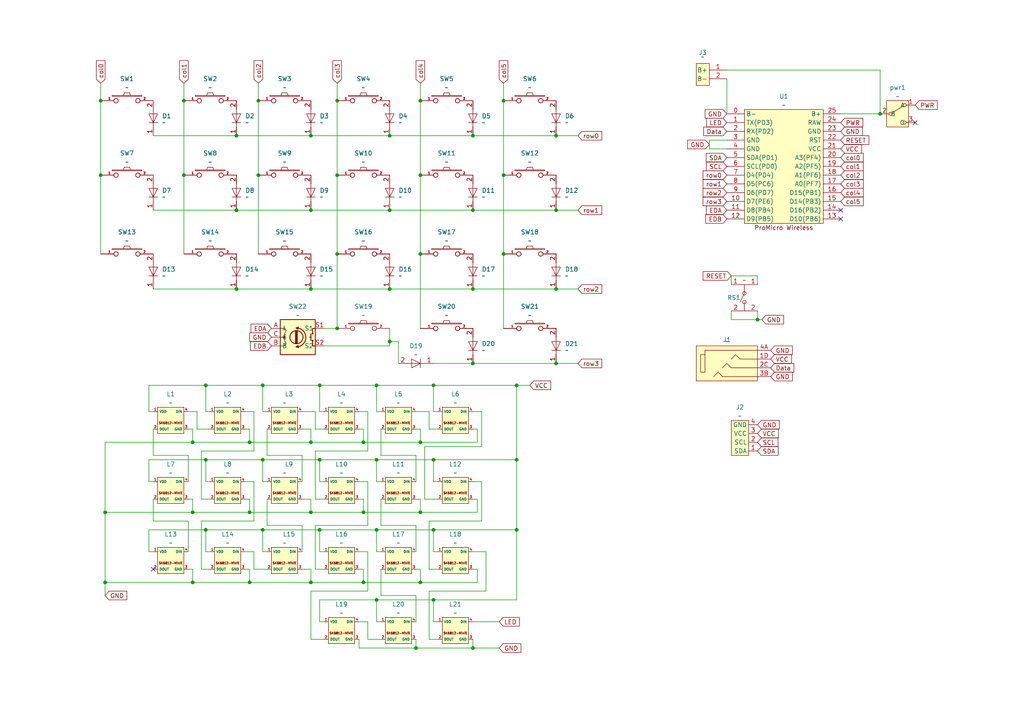
<source format=kicad_sch>
(kicad_sch (version 20250114) (generator "eeschema") (generator_version "9.0")
  (paper "A4")
  (lib_symbols
    (symbol "Diode-1N4148W_1"
      (property "Reference" "D" (at 0 0 0))
      (symbol "Diode-1N4148W_1_0_1"
        (polyline (pts (xy -2.54 -3.81) (xy 2.54 -3.81)))
        (polyline (pts (xy -1.27 -3.81) (xy -1.27 -2.54) (xy 1.27 -3.81) (xy -1.27 -5.08) (xy -1.27 -3.81)))
        (polyline (pts (xy 1.27 -2.54) (xy 1.27 -5.08)))
      )
      (symbol "Diode-1N4148W_1_1_1"
        (pin passive line (at -5.08 -3.81 0) (length 2.54) (name "") (number "2"))
        (pin passive line (at 5.08 -3.81 180) (length 2.54) (name "") (number "1"))
      )
    )
    (symbol "Turkey:Diode-1N4148W"
      (property "Reference" "D" (at 0 0 0))
      (symbol "Diode-1N4148W_0_1"
        (polyline (pts (xy -2.54 -3.81) (xy 2.54 -3.81)))
        (polyline (pts (xy -1.27 -3.81) (xy -1.27 -2.54) (xy 1.27 -3.81) (xy -1.27 -5.08) (xy -1.27 -3.81)))
        (polyline (pts (xy 1.27 -2.54) (xy 1.27 -5.08)))
      )
      (symbol "Diode-1N4148W_1_1"
        (pin passive line (at -5.08 -3.81 0) (length 2.54) (name "") (number "2"))
        (pin passive line (at 5.08 -3.81 180) (length 2.54) (name "") (number "1"))
      )
    )
    (symbol "Turkey:JST-Power-2Pin"
      (property "Reference" "J" (at -1.016 4.318 0))
      (symbol "JST-Power-2Pin_1_1"
        (rectangle (start -2.54 3.175) (end 1.27 -3.175) (fill (type background)))
        (pin bidirectional line (at 6.35 1.27 180) (length 5.08) (name "B+") (number "1"))
        (pin bidirectional line (at 6.35 -1.27 180) (length 5.08) (name "B-") (number "2"))
      )
    )
    (symbol "Turkey:Kailh-Choc"
      (property "Reference" "SW" (at 0 0 0))
      (symbol "Kailh-Choc_1_1"
        (rectangle (start -4.318 -2.286) (end 4.318 -2.54))
        (polyline (pts (xy -1.016 -2.286) (xy -0.762 -1.524) (xy 0.762 -1.524) (xy 1.016 -2.286)))
        (pin passive inverted (at -7.62 -3.81 0) (length 5.08) (name "~") (number "1"))
        (pin passive inverted (at 7.62 -3.81 180) (length 5.08) (name "~") (number "2"))
      )
    )
    (symbol "Turkey:Mini_7-Pin_Surface_Mount_ON/Off_SPDT_Switch"
      (property "Reference" "sw" (at 0 4.826 0))
      (symbol "Mini_7-Pin_Surface_Mount_ON/Off_SPDT_Switch_0_1"
        (circle (center -2.032 0) (radius 0.4572))
        (polyline (pts (xy -1.651 0.254) (xy 1.651 2.286)))
        (circle (center 2.032 2.54) (radius 0.4572))
        (circle (center 2.032 -2.54) (radius 0.4572))
      )
      (symbol "Mini_7-Pin_Surface_Mount_ON/Off_SPDT_Switch_1_1"
        (rectangle (start -3.175 3.81) (end 3.175 -3.81) (fill (type background)))
        (pin passive line (at -5.08 0 0) (length 2.54) (name "B") (number "2"))
        (pin passive line (at 5.08 2.54 180) (length 2.54) (name "A") (number "1"))
        (pin passive line (at 5.08 -2.54 180) (length 2.54) (name "C") (number "3"))
      )
    )
    (symbol "Turkey:OLED 4-Pin"
      (property "Reference" "J" (at 0 0 0))
      (symbol "OLED 4-Pin_1_1"
        (rectangle (start -2.54 -1.27) (end 2.54 -11.43) (fill (type background)))
        (pin input line (at -5.08 -2.54 0) (length 2.54) (name "SDA") (number "1"))
        (pin input line (at -5.08 -5.08 0) (length 2.54) (name "SCL") (number "2"))
        (pin input line (at -5.08 -7.62 0) (length 2.54) (name "VCC") (number "3"))
        (pin output line (at -5.08 -10.16 0) (length 2.54) (name "GND") (number "4"))
      )
    )
    (symbol "Turkey:ProMicro-Wireless"
      (property "Reference" "U" (at -0.762 17.526 0))
      (symbol "ProMicro-Wireless_1_1"
        (rectangle (start -11.43 16.51) (end 11.43 -16.51) (fill (type background)))
        (text "ProMicro Wireless" (at 0 -17.78 0) (effects (font (size 1.27 1.27))))
        (pin power_in line (at -16.51 15.24 0) (length 5.08) (name "B-") (number "0"))
        (pin output line (at -16.51 12.7 0) (length 5.08) (name "TX(PD3)") (number "1"))
        (pin input line (at -16.51 10.16 0) (length 5.08) (name "RX(PD2)") (number "2"))
        (pin power_in line (at -16.51 7.62 0) (length 5.08) (name "GND") (number "3"))
        (pin power_in line (at -16.51 5.08 0) (length 5.08) (name "GND") (number "4"))
        (pin bidirectional line (at -16.51 2.54 0) (length 5.08) (name "SDA(PD1)") (number "5"))
        (pin bidirectional line (at -16.51 0 0) (length 5.08) (name "SCL(PD0)") (number "6"))
        (pin bidirectional line (at -16.51 -2.54 0) (length 5.08) (name "D4(PD4)") (number "7"))
        (pin bidirectional line (at -16.51 -5.08 0) (length 5.08) (name "D5(PC6)") (number "8"))
        (pin bidirectional line (at -16.51 -7.62 0) (length 5.08) (name "D6(PD7)") (number "9"))
        (pin bidirectional line (at -16.51 -10.16 0) (length 5.08) (name "D7(PE6)") (number "10"))
        (pin bidirectional line (at -16.51 -12.7 0) (length 5.08) (name "D8(PB4)") (number "11"))
        (pin bidirectional line (at -16.51 -15.24 0) (length 5.08) (name "D9(PB5)") (number "12"))
        (pin power_out line (at 16.51 15.24 180) (length 5.08) (name "B+") (number "25"))
        (pin power_out line (at 16.51 12.7 180) (length 5.08) (name "RAW") (number "24"))
        (pin power_in line (at 16.51 10.16 180) (length 5.08) (name "GND") (number "23"))
        (pin input line (at 16.51 7.62 180) (length 5.08) (name "RST") (number "22"))
        (pin input line (at 16.51 5.08 180) (length 5.08) (name "VCC") (number "21"))
        (pin bidirectional line (at 16.51 2.54 180) (length 5.08) (name "A3(PF4)") (number "20"))
        (pin bidirectional line (at 16.51 0 180) (length 5.08) (name "A2(PF5)") (number "19"))
        (pin bidirectional line (at 16.51 -2.54 180) (length 5.08) (name "A1(PF6)") (number "18"))
        (pin bidirectional line (at 16.51 -5.08 180) (length 5.08) (name "A0(PF7)") (number "17"))
        (pin bidirectional line (at 16.51 -7.62 180) (length 5.08) (name "D15(PB1)") (number "16"))
        (pin bidirectional line (at 16.51 -10.16 180) (length 5.08) (name "D14(PB3)") (number "15"))
        (pin bidirectional line (at 16.51 -12.7 180) (length 5.08) (name "D16(PB2)") (number "14"))
        (pin bidirectional line (at 16.51 -15.24 180) (length 5.08) (name "D10(PB6)") (number "13"))
      )
    )
    (symbol "Turkey:Rotary_Encoder"
      (property "Reference" "SW" (at 0 0 0))
      (symbol "Rotary_Encoder_0_1"
        (rectangle (start -5.08 -1.27) (end 5.08 -11.43) (stroke (width 0.254)) (fill (type background)))
        (polyline (pts (xy -5.08 -3.81) (xy -3.81 -3.81) (xy -3.81 -4.318)))
        (polyline (pts (xy -5.08 -6.35) (xy -3.81 -6.35) (xy -3.81 -7.366) (xy -3.302 -8.382)))
        (polyline (pts (xy -5.08 -8.89) (xy -3.81 -8.89) (xy -3.81 -8.382)))
        (polyline (pts (xy -4.318 -6.35) (xy -3.81 -6.35) (xy -3.81 -5.334) (xy -3.302 -4.318)))
        (circle (center -3.81 -6.35) (radius 0.254) (fill (type outline)))
        (polyline (pts (xy -0.635 -8.128) (xy -0.635 -4.572)) (stroke (width 0.254)))
        (circle (center -0.381 -6.35) (radius 1.905) (stroke (width 0.254)))
        (polyline (pts (xy -0.381 -8.128) (xy -0.381 -4.572)) (stroke (width 0.254)))
        (arc (start -0.381 -3.683) (mid 2.3622 -6.4135) (end -0.381 -9.144) (stroke (width 0.254)))
        (polyline (pts (xy -0.127 -4.572) (xy -0.127 -8.128)) (stroke (width 0.254)))
        (polyline (pts (xy 0.254 -3.429) (xy -0.508 -3.683) (xy 0.127 -4.064)) (stroke (width 0.254)))
        (polyline (pts (xy 0.254 -9.398) (xy -0.508 -9.144) (xy 0.127 -8.763)) (stroke (width 0.254)))
        (polyline (pts (xy 3.81 -5.334) (xy 3.81 -7.366)) (stroke (width 0.254)))
        (polyline (pts (xy 3.81 -6.35) (xy 3.429 -6.35)) (stroke (width 0.254)))
        (circle (center 4.318 -5.334) (radius 0.127) (stroke (width 0.254)))
        (circle (center 4.318 -7.366) (radius 0.127) (stroke (width 0.254)))
        (polyline (pts (xy 5.08 -3.81) (xy 4.318 -3.81) (xy 4.318 -5.334)) (stroke (width 0.254)))
        (polyline (pts (xy 5.08 -8.89) (xy 4.318 -8.89) (xy 4.318 -7.366)) (stroke (width 0.254)))
      )
      (symbol "Rotary_Encoder_1_1"
        (pin passive line (at -7.62 -3.81 0) (length 2.54) (name "A") (number "A"))
        (pin passive line (at -7.62 -6.35 0) (length 2.54) (name "C") (number "C"))
        (pin passive line (at -7.62 -8.89 0) (length 2.54) (name "B") (number "B"))
        (pin passive line (at 7.62 -3.81 180) (length 2.54) (name "S1") (number "S1"))
        (pin passive line (at 7.62 -8.89 180) (length 2.54) (name "S2") (number "S2"))
      )
    )
    (symbol "Turkey:SK6812-Mini-E"
      (property "Reference" "L" (at -0.508 -4.064 0))
      (symbol "SK6812-Mini-E_1_1"
        (rectangle (start -3.81 -1.27) (end 3.81 -8.89) (fill (type background)))
        (text "SK6812-MiniE" (at 0 -5.842 0) (effects (font (size 0.635 0.635))))
        (pin input line (at -5.08 -2.54 0) (length 1.1938) (name "VDD") (number "1"))
        (pin output line (at -5.08 -7.62 0) (length 1.1938) (name "DOUT") (number "2"))
        (pin input line (at 5.08 -2.54 180) (length 1.1938) (name "DIN") (number "4"))
        (pin input line (at 5.08 -7.62 180) (length 1.1938) (name "GND") (number "3"))
      )
    )
    (symbol "Turkey:TRRS"
      (property "Reference" "J" (at 0 0 0))
      (symbol "TRRS_0_1"
        (rectangle (start -8.89 -3.81) (end -7.62 -8.89))
        (polyline (pts (xy -2.54 -10.16) (xy 7.62 -10.16) (xy 7.62 -10.16)))
        (polyline (pts (xy -2.54 -10.16) (xy -3.81 -8.89) (xy -5.08 -10.16) (xy -5.08 -10.16)))
        (polyline (pts (xy 0 -5.08) (xy 1.27 -3.81) (xy 2.54 -5.08)))
        (polyline (pts (xy 0 -7.62) (xy -1.27 -6.35) (xy -2.54 -7.62)))
        (polyline (pts (xy 0 -7.62) (xy 7.62 -7.62) (xy 7.62 -7.62) (xy 7.62 -7.62)))
        (polyline (pts (xy 2.54 -5.08) (xy 7.62 -5.08)))
        (polyline (pts (xy 7.62 -2.54) (xy -7.62 -2.54) (xy -7.62 -3.81)))
      )
      (symbol "TRRS_1_1"
        (rectangle (start -10.16 -1.27) (end 7.62 -11.43) (fill (type background)))
        (pin passive line (at 11.43 -2.54 180) (length 3.81) (name "~") (number "4A"))
        (pin passive line (at 11.43 -5.08 180) (length 3.81) (name "~") (number "1D"))
        (pin passive line (at 11.43 -7.62 180) (length 3.81) (name "~") (number "2C"))
        (pin passive line (at 11.43 -10.16 180) (length 3.81) (name "~") (number "3B"))
      )
    )
    (symbol "Turkey:Tactile_Push_Button_Micro_Reset_Switch_4_4_1.5mm"
      (property "Reference" "RS" (at 0 9.398 0))
      (symbol "Tactile_Push_Button_Micro_Reset_Switch_4_4_1.5mm_0_1"
        (polyline (pts (xy -1.27 3.81) (xy 1.27 3.81)))
        (polyline (pts (xy 0 3.81) (xy 0 1.27)))
        (polyline (pts (xy 0 -3.81) (xy 0 -1.27)))
        (polyline (pts (xy 1.27 -3.81) (xy -1.27 -3.81)))
      )
      (symbol "Tactile_Push_Button_Micro_Reset_Switch_4_4_1.5mm_1_1"
        (circle (center 0 1.27) (radius 0.5) (fill (type background)))
        (polyline (pts (xy 0 1.27) (xy -1.27 -1.27)))
        (circle (center 0 -1.27) (radius 0.5) (fill (type background)))
        (pin bidirectional line (at -3.81 3.81 0) (length 2.54) (name "") (number "1"))
        (pin bidirectional line (at -3.81 -3.81 0) (length 2.54) (name "") (number "2"))
        (pin bidirectional line (at 3.81 3.81 180) (length 2.54) (name "") (number "1"))
        (pin bidirectional line (at 3.81 -3.81 180) (length 2.54) (name "") (number "2"))
      )
    )
  )
  (junction (at 55.88 128.27))
  (junction (at 137.16 39.37))
  (junction (at 125.73 173.99))
  (junction (at 90.17 60.96))
  (junction (at 113.03 39.37))
  (junction (at 255.27 33.02))
  (junction (at 121.92 73.66))
  (junction (at 90.17 83.82))
  (junction (at 120.65 187.96))
  (junction (at 92.71 153.67))
  (junction (at 29.21 29.21))
  (junction (at 59.69 153.67))
  (junction (at 109.22 111.76))
  (junction (at 121.92 128.27))
  (junction (at 125.73 153.67))
  (junction (at 55.88 148.59))
  (junction (at 90.17 148.59))
  (junction (at 68.58 39.37))
  (junction (at 109.22 133.35))
  (junction (at 149.86 111.76))
  (junction (at 74.93 50.8))
  (junction (at 29.21 50.8))
  (junction (at 121.92 168.91))
  (junction (at 219.71 92.71))
  (junction (at 113.03 60.96))
  (junction (at 59.69 111.76))
  (junction (at 113.03 83.82))
  (junction (at 76.2 153.67))
  (junction (at 68.58 83.82))
  (junction (at 146.05 73.66))
  (junction (at 76.2 111.76))
  (junction (at 97.79 95.25))
  (junction (at 109.22 153.67))
  (junction (at 146.05 50.8))
  (junction (at 90.17 39.37))
  (junction (at 121.92 148.59))
  (junction (at 125.73 133.35))
  (junction (at 30.48 148.59))
  (junction (at 76.2 133.35))
  (junction (at 53.34 50.8))
  (junction (at 90.17 168.91))
  (junction (at 113.03 99.06))
  (junction (at 53.34 29.21))
  (junction (at 137.16 60.96))
  (junction (at 59.69 133.35))
  (junction (at 137.16 187.96))
  (junction (at 105.41 128.27))
  (junction (at 121.92 50.8))
  (junction (at 161.29 60.96))
  (junction (at 125.73 111.76))
  (junction (at 92.71 111.76))
  (junction (at 68.58 60.96))
  (junction (at 72.39 128.27))
  (junction (at 109.22 173.99))
  (junction (at 72.39 168.91))
  (junction (at 72.39 148.59))
  (junction (at 161.29 39.37))
  (junction (at 161.29 105.41))
  (junction (at 90.17 128.27))
  (junction (at 97.79 50.8))
  (junction (at 137.16 83.82))
  (junction (at 137.16 105.41))
  (junction (at 146.05 29.21))
  (junction (at 97.79 73.66))
  (junction (at 105.41 148.59))
  (junction (at 97.79 29.21))
  (junction (at 30.48 168.91))
  (junction (at 105.41 168.91))
  (junction (at 149.86 133.35))
  (junction (at 74.93 29.21))
  (junction (at 161.29 83.82))
  (junction (at 149.86 153.67))
  (junction (at 121.92 29.21))
  (junction (at 55.88 168.91))
  (junction (at 92.71 133.35))
  (no_connect (at 44.45 165.1))
  (no_connect (at 243.84 60.96))
  (no_connect (at 265.43 35.56))
  (no_connect (at 243.84 63.5))
  (wire (pts (xy 91.44 130.81) (xy 106.68 130.81)))
  (wire (pts (xy 121.92 144.78) (xy 121.92 148.59)))
  (wire (pts (xy 109.22 160.02) (xy 110.49 160.02)))
  (wire (pts (xy 106.68 139.7) (xy 104.14 139.7)))
  (wire (pts (xy 125.73 119.38) (xy 127 119.38)))
  (wire (pts (xy 44.45 60.96) (xy 68.58 60.96)))
  (wire (pts (xy 92.71 180.34) (xy 93.98 180.34)))
  (wire (pts (xy 72.39 144.78) (xy 72.39 148.59)))
  (wire (pts (xy 93.98 95.25) (xy 97.79 95.25)))
  (wire (pts (xy 243.84 33.02) (xy 255.27 33.02)))
  (wire (pts (xy 109.22 173.99) (xy 125.73 173.99)))
  (wire (pts (xy 212.09 90.17) (xy 212.09 92.71)))
  (wire (pts (xy 110.49 124.46) (xy 110.49 132.08)))
  (wire (pts (xy 97.79 29.21) (xy 97.79 50.8)))
  (wire (pts (xy 53.34 50.8) (xy 53.34 73.66)))
  (wire (pts (xy 106.68 119.38) (xy 104.14 119.38)))
  (wire (pts (xy 91.44 144.78) (xy 91.44 130.81)))
  (wire (pts (xy 105.41 124.46) (xy 104.14 124.46)))
  (wire (pts (xy 138.43 128.27) (xy 121.92 128.27)))
  (wire (pts (xy 44.45 151.13) (xy 54.61 151.13)))
  (wire (pts (xy 115.57 99.06) (xy 113.03 99.06)))
  (wire (pts (xy 77.47 152.4) (xy 87.63 152.4)))
  (wire (pts (xy 212.09 80.01) (xy 212.09 82.55)))
  (wire (pts (xy 219.71 92.71) (xy 220.98 92.71)))
  (wire (pts (xy 72.39 128.27) (xy 55.88 128.27)))
  (wire (pts (xy 127 124.46) (xy 124.46 124.46)))
  (wire (pts (xy 54.61 144.78) (xy 55.88 144.78)))
  (wire (pts (xy 105.41 148.59) (xy 121.92 148.59)))
  (wire (pts (xy 120.65 165.1) (xy 121.92 165.1)))
  (wire (pts (xy 29.21 24.13) (xy 29.21 29.21)))
  (wire (pts (xy 104.14 185.42) (xy 104.14 187.96)))
  (wire (pts (xy 90.17 128.27) (xy 72.39 128.27)))
  (wire (pts (xy 54.61 132.08) (xy 54.61 139.7)))
  (wire (pts (xy 109.22 111.76) (xy 109.22 119.38)))
  (wire (pts (xy 92.71 153.67) (xy 92.71 160.02)))
  (wire (pts (xy 53.34 24.13) (xy 53.34 29.21)))
  (wire (pts (xy 97.79 73.66) (xy 97.79 95.25)))
  (wire (pts (xy 106.68 160.02) (xy 104.14 160.02)))
  (wire (pts (xy 87.63 165.1) (xy 90.17 165.1)))
  (wire (pts (xy 43.18 160.02) (xy 43.18 153.67)))
  (wire (pts (xy 105.41 144.78) (xy 105.41 148.59)))
  (wire (pts (xy 43.18 160.02) (xy 44.45 160.02)))
  (wire (pts (xy 137.16 124.46) (xy 138.43 124.46)))
  (wire (pts (xy 55.88 124.46) (xy 54.61 124.46)))
  (wire (pts (xy 109.22 139.7) (xy 110.49 139.7)))
  (wire (pts (xy 113.03 60.96) (xy 137.16 60.96)))
  (wire (pts (xy 91.44 124.46) (xy 91.44 119.38)))
  (wire (pts (xy 77.47 124.46) (xy 77.47 132.08)))
  (wire (pts (xy 90.17 144.78) (xy 90.17 148.59)))
  (wire (pts (xy 73.66 119.38) (xy 71.12 119.38)))
  (wire (pts (xy 60.96 144.78) (xy 58.42 144.78)))
  (wire (pts (xy 113.03 95.25) (xy 113.03 99.06)))
  (wire (pts (xy 43.18 133.35) (xy 59.69 133.35)))
  (wire (pts (xy 44.45 39.37) (xy 68.58 39.37)))
  (wire (pts (xy 125.73 133.35) (xy 149.86 133.35)))
  (wire (pts (xy 72.39 124.46) (xy 72.39 128.27)))
  (wire (pts (xy 210.82 20.32) (xy 255.27 20.32)))
  (wire (pts (xy 139.7 151.13) (xy 139.7 139.7)))
  (wire (pts (xy 113.03 99.06) (xy 113.03 100.33)))
  (wire (pts (xy 72.39 148.59) (xy 90.17 148.59)))
  (wire (pts (xy 72.39 124.46) (xy 71.12 124.46)))
  (wire (pts (xy 92.71 133.35) (xy 92.71 139.7)))
  (wire (pts (xy 90.17 168.91) (xy 105.41 168.91)))
  (wire (pts (xy 76.2 119.38) (xy 77.47 119.38)))
  (wire (pts (xy 90.17 124.46) (xy 90.17 128.27)))
  (wire (pts (xy 146.05 29.21) (xy 146.05 24.13)))
  (wire (pts (xy 161.29 60.96) (xy 167.64 60.96)))
  (wire (pts (xy 60.96 124.46) (xy 57.15 124.46)))
  (wire (pts (xy 137.16 83.82) (xy 161.29 83.82)))
  (wire (pts (xy 105.41 165.1) (xy 105.41 168.91)))
  (wire (pts (xy 125.73 105.41) (xy 137.16 105.41)))
  (wire (pts (xy 73.66 151.13) (xy 73.66 139.7)))
  (wire (pts (xy 97.79 50.8) (xy 97.79 73.66)))
  (wire (pts (xy 68.58 60.96) (xy 90.17 60.96)))
  (wire (pts (xy 139.7 129.54) (xy 139.7 119.38)))
  (wire (pts (xy 72.39 168.91) (xy 90.17 168.91)))
  (wire (pts (xy 104.14 165.1) (xy 105.41 165.1)))
  (wire (pts (xy 74.93 50.8) (xy 74.93 73.66)))
  (wire (pts (xy 120.65 187.96) (xy 137.16 187.96)))
  (wire (pts (xy 90.17 39.37) (xy 113.03 39.37)))
  (wire (pts (xy 125.73 139.7) (xy 127 139.7)))
  (wire (pts (xy 92.71 173.99) (xy 109.22 173.99)))
  (wire (pts (xy 77.47 132.08) (xy 87.63 132.08)))
  (wire (pts (xy 71.12 165.1) (xy 72.39 165.1)))
  (wire (pts (xy 92.71 153.67) (xy 109.22 153.67)))
  (wire (pts (xy 127 185.42) (xy 124.46 185.42)))
  (wire (pts (xy 121.92 124.46) (xy 120.65 124.46)))
  (wire (pts (xy 113.03 39.37) (xy 137.16 39.37)))
  (wire (pts (xy 124.46 171.45) (xy 140.97 171.45)))
  (wire (pts (xy 124.46 124.46) (xy 124.46 119.38)))
  (wire (pts (xy 146.05 50.8) (xy 146.05 29.21)))
  (wire (pts (xy 125.73 173.99) (xy 125.73 180.34)))
  (wire (pts (xy 109.22 173.99) (xy 109.22 180.34)))
  (wire (pts (xy 123.19 144.78) (xy 123.19 129.54)))
  (wire (pts (xy 104.14 187.96) (xy 120.65 187.96)))
  (wire (pts (xy 210.82 40.64) (xy 205.74 40.64)))
  (wire (pts (xy 76.2 133.35) (xy 76.2 139.7)))
  (wire (pts (xy 138.43 165.1) (xy 138.43 168.91)))
  (wire (pts (xy 87.63 152.4) (xy 87.63 160.02)))
  (wire (pts (xy 106.68 130.81) (xy 106.68 119.38)))
  (wire (pts (xy 109.22 153.67) (xy 109.22 160.02)))
  (wire (pts (xy 219.71 90.17) (xy 219.71 92.71)))
  (wire (pts (xy 90.17 148.59) (xy 105.41 148.59)))
  (wire (pts (xy 76.2 111.76) (xy 92.71 111.76)))
  (wire (pts (xy 121.92 24.13) (xy 121.92 29.21)))
  (wire (pts (xy 137.16 39.37) (xy 161.29 39.37)))
  (wire (pts (xy 124.46 165.1) (xy 124.46 151.13)))
  (wire (pts (xy 106.68 185.42) (xy 106.68 180.34)))
  (wire (pts (xy 57.15 119.38) (xy 54.61 119.38)))
  (wire (pts (xy 127 144.78) (xy 123.19 144.78)))
  (wire (pts (xy 137.16 144.78) (xy 138.43 144.78)))
  (wire (pts (xy 76.2 160.02) (xy 77.47 160.02)))
  (wire (pts (xy 74.93 24.13) (xy 74.93 29.21)))
  (wire (pts (xy 149.86 111.76) (xy 153.67 111.76)))
  (wire (pts (xy 92.71 111.76) (xy 109.22 111.76)))
  (wire (pts (xy 120.65 172.72) (xy 120.65 180.34)))
  (wire (pts (xy 90.17 171.45) (xy 106.68 171.45)))
  (wire (pts (xy 59.69 111.76) (xy 76.2 111.76)))
  (wire (pts (xy 110.49 144.78) (xy 110.49 152.4)))
  (wire (pts (xy 113.03 83.82) (xy 137.16 83.82)))
  (wire (pts (xy 120.65 152.4) (xy 120.65 160.02)))
  (wire (pts (xy 92.71 139.7) (xy 93.98 139.7)))
  (wire (pts (xy 140.97 160.02) (xy 137.16 160.02)))
  (wire (pts (xy 55.88 124.46) (xy 55.88 128.27)))
  (wire (pts (xy 74.93 29.21) (xy 74.93 50.8)))
  (wire (pts (xy 123.19 129.54) (xy 139.7 129.54)))
  (wire (pts (xy 91.44 152.4) (xy 106.68 152.4)))
  (wire (pts (xy 140.97 171.45) (xy 140.97 160.02)))
  (wire (pts (xy 76.2 153.67) (xy 92.71 153.67)))
  (wire (pts (xy 127 165.1) (xy 124.46 165.1)))
  (wire (pts (xy 91.44 165.1) (xy 91.44 152.4)))
  (wire (pts (xy 90.17 185.42) (xy 90.17 171.45)))
  (wire (pts (xy 58.42 151.13) (xy 73.66 151.13)))
  (wire (pts (xy 137.16 60.96) (xy 161.29 60.96)))
  (wire (pts (xy 72.39 165.1) (xy 72.39 168.91)))
  (wire (pts (xy 110.49 165.1) (xy 110.49 172.72)))
  (wire (pts (xy 76.2 111.76) (xy 76.2 119.38)))
  (wire (pts (xy 30.48 168.91) (xy 30.48 172.72)))
  (wire (pts (xy 121.92 168.91) (xy 138.43 168.91)))
  (wire (pts (xy 125.73 111.76) (xy 125.73 119.38)))
  (wire (pts (xy 73.66 130.81) (xy 73.66 119.38)))
  (wire (pts (xy 124.46 119.38) (xy 120.65 119.38)))
  (wire (pts (xy 121.92 148.59) (xy 138.43 148.59)))
  (wire (pts (xy 30.48 168.91) (xy 55.88 168.91)))
  (wire (pts (xy 76.2 133.35) (xy 92.71 133.35)))
  (wire (pts (xy 121.92 50.8) (xy 121.92 73.66)))
  (wire (pts (xy 90.17 60.96) (xy 113.03 60.96)))
  (wire (pts (xy 105.41 168.91) (xy 121.92 168.91)))
  (wire (pts (xy 68.58 83.82) (xy 90.17 83.82)))
  (wire (pts (xy 120.65 185.42) (xy 120.65 187.96)))
  (wire (pts (xy 125.73 173.99) (xy 149.86 173.99)))
  (wire (pts (xy 121.92 29.21) (xy 121.92 50.8)))
  (wire (pts (xy 60.96 165.1) (xy 58.42 165.1)))
  (wire (pts (xy 137.16 187.96) (xy 144.78 187.96)))
  (wire (pts (xy 109.22 153.67) (xy 125.73 153.67)))
  (wire (pts (xy 109.22 119.38) (xy 110.49 119.38)))
  (wire (pts (xy 43.18 153.67) (xy 59.69 153.67)))
  (wire (pts (xy 92.71 133.35) (xy 109.22 133.35)))
  (wire (pts (xy 44.45 144.78) (xy 44.45 151.13)))
  (wire (pts (xy 55.88 165.1) (xy 55.88 168.91)))
  (wire (pts (xy 125.73 153.67) (xy 149.86 153.67)))
  (wire (pts (xy 93.98 100.33) (xy 113.03 100.33)))
  (wire (pts (xy 90.17 83.82) (xy 113.03 83.82)))
  (wire (pts (xy 109.22 111.76) (xy 125.73 111.76)))
  (wire (pts (xy 110.49 152.4) (xy 120.65 152.4)))
  (wire (pts (xy 43.18 139.7) (xy 43.18 133.35)))
  (wire (pts (xy 73.66 165.1) (xy 73.66 160.02)))
  (wire (pts (xy 44.45 124.46) (xy 44.45 132.08)))
  (wire (pts (xy 59.69 111.76) (xy 59.69 119.38)))
  (wire (pts (xy 58.42 144.78) (xy 58.42 130.81)))
  (wire (pts (xy 125.73 111.76) (xy 149.86 111.76)))
  (wire (pts (xy 92.71 160.02) (xy 93.98 160.02)))
  (wire (pts (xy 77.47 165.1) (xy 73.66 165.1)))
  (wire (pts (xy 43.18 111.76) (xy 59.69 111.76)))
  (wire (pts (xy 55.88 144.78) (xy 55.88 148.59)))
  (wire (pts (xy 121.92 124.46) (xy 121.92 128.27)))
  (wire (pts (xy 120.65 144.78) (xy 121.92 144.78)))
  (wire (pts (xy 93.98 124.46) (xy 91.44 124.46)))
  (wire (pts (xy 30.48 148.59) (xy 55.88 148.59)))
  (wire (pts (xy 125.73 160.02) (xy 127 160.02)))
  (wire (pts (xy 93.98 144.78) (xy 91.44 144.78)))
  (wire (pts (xy 76.2 139.7) (xy 77.47 139.7)))
  (wire (pts (xy 149.86 111.76) (xy 149.86 133.35)))
  (wire (pts (xy 30.48 128.27) (xy 30.48 148.59)))
  (wire (pts (xy 109.22 180.34) (xy 110.49 180.34)))
  (wire (pts (xy 121.92 73.66) (xy 121.92 95.25)))
  (wire (pts (xy 105.41 124.46) (xy 105.41 128.27)))
  (wire (pts (xy 43.18 139.7) (xy 44.45 139.7)))
  (wire (pts (xy 121.92 165.1) (xy 121.92 168.91)))
  (wire (pts (xy 161.29 39.37) (xy 167.64 39.37)))
  (wire (pts (xy 149.86 133.35) (xy 149.86 153.67)))
  (wire (pts (xy 110.49 132.08) (xy 120.65 132.08)))
  (wire (pts (xy 137.16 185.42) (xy 137.16 187.96)))
  (wire (pts (xy 212.09 92.71) (xy 219.71 92.71)))
  (wire (pts (xy 105.41 128.27) (xy 90.17 128.27)))
  (wire (pts (xy 125.73 133.35) (xy 125.73 139.7)))
  (wire (pts (xy 97.79 24.13) (xy 97.79 29.21)))
  (wire (pts (xy 59.69 153.67) (xy 59.69 160.02)))
  (wire (pts (xy 71.12 144.78) (xy 72.39 144.78)))
  (wire (pts (xy 59.69 139.7) (xy 60.96 139.7)))
  (wire (pts (xy 29.21 50.8) (xy 29.21 73.66)))
  (wire (pts (xy 91.44 119.38) (xy 87.63 119.38)))
  (wire (pts (xy 125.73 153.67) (xy 125.73 160.02)))
  (wire (pts (xy 58.42 130.81) (xy 73.66 130.81)))
  (wire (pts (xy 43.18 119.38) (xy 43.18 111.76)))
  (wire (pts (xy 59.69 133.35) (xy 76.2 133.35)))
  (wire (pts (xy 146.05 95.25) (xy 146.05 73.66)))
  (wire (pts (xy 57.15 124.46) (xy 57.15 119.38)))
  (wire (pts (xy 55.88 128.27) (xy 30.48 128.27)))
  (wire (pts (xy 124.46 151.13) (xy 139.7 151.13)))
  (wire (pts (xy 120.65 132.08) (xy 120.65 139.7)))
  (wire (pts (xy 149.86 153.67) (xy 149.86 173.99)))
  (wire (pts (xy 54.61 151.13) (xy 54.61 160.02)))
  (wire (pts (xy 104.14 144.78) (xy 105.41 144.78)))
  (wire (pts (xy 92.71 111.76) (xy 92.71 119.38)))
  (wire (pts (xy 53.34 29.21) (xy 53.34 50.8)))
  (wire (pts (xy 59.69 153.67) (xy 76.2 153.67)))
  (wire (pts (xy 137.16 105.41) (xy 161.29 105.41)))
  (wire (pts (xy 210.82 22.86) (xy 210.82 33.02)))
  (wire (pts (xy 110.49 172.72) (xy 120.65 172.72)))
  (wire (pts (xy 87.63 144.78) (xy 90.17 144.78)))
  (wire (pts (xy 77.47 144.78) (xy 77.47 152.4)))
  (wire (pts (xy 255.27 20.32) (xy 255.27 33.02)))
  (wire (pts (xy 68.58 39.37) (xy 90.17 39.37)))
  (wire (pts (xy 161.29 105.41) (xy 167.64 105.41)))
  (wire (pts (xy 44.45 83.82) (xy 68.58 83.82)))
  (wire (pts (xy 92.71 119.38) (xy 93.98 119.38)))
  (wire (pts (xy 87.63 124.46) (xy 90.17 124.46)))
  (wire (pts (xy 146.05 73.66) (xy 146.05 50.8)))
  (wire (pts (xy 109.22 133.35) (xy 125.73 133.35)))
  (wire (pts (xy 205.74 40.64) (xy 205.74 43.18)))
  (wire (pts (xy 54.61 165.1) (xy 55.88 165.1)))
  (wire (pts (xy 59.69 133.35) (xy 59.69 139.7)))
  (wire (pts (xy 125.73 180.34) (xy 127 180.34)))
  (wire (pts (xy 205.74 43.18) (xy 210.82 43.18)))
  (wire (pts (xy 137.16 165.1) (xy 138.43 165.1)))
  (wire (pts (xy 219.71 80.01) (xy 219.71 82.55)))
  (wire (pts (xy 137.16 180.34) (xy 144.78 180.34)))
  (wire (pts (xy 138.43 124.46) (xy 138.43 128.27)))
  (wire (pts (xy 139.7 139.7) (xy 137.16 139.7)))
  (wire (pts (xy 58.42 165.1) (xy 58.42 151.13)))
  (wire (pts (xy 138.43 144.78) (xy 138.43 148.59)))
  (wire (pts (xy 43.18 119.38) (xy 44.45 119.38)))
  (wire (pts (xy 92.71 180.34) (xy 92.71 173.99)))
  (wire (pts (xy 212.09 80.01) (xy 219.71 80.01)))
  (wire (pts (xy 161.29 83.82) (xy 167.64 83.82)))
  (wire (pts (xy 109.22 133.35) (xy 109.22 139.7)))
  (wire (pts (xy 124.46 185.42) (xy 124.46 171.45)))
  (wire (pts (xy 106.68 152.4) (xy 106.68 139.7)))
  (wire (pts (xy 55.88 168.91) (xy 72.39 168.91)))
  (wire (pts (xy 106.68 185.42) (xy 110.49 185.42)))
  (wire (pts (xy 87.63 132.08) (xy 87.63 139.7)))
  (wire (pts (xy 106.68 171.45) (xy 106.68 160.02)))
  (wire (pts (xy 55.88 148.59) (xy 72.39 148.59)))
  (wire (pts (xy 44.45 132.08) (xy 54.61 132.08)))
  (wire (pts (xy 115.57 99.06) (xy 115.57 105.41)))
  (wire (pts (xy 59.69 119.38) (xy 60.96 119.38)))
  (wire (pts (xy 73.66 139.7) (xy 71.12 139.7)))
  (wire (pts (xy 59.69 160.02) (xy 60.96 160.02)))
  (wire (pts (xy 139.7 119.38) (xy 137.16 119.38)))
  (wire (pts (xy 121.92 128.27) (xy 105.41 128.27)))
  (wire (pts (xy 90.17 165.1) (xy 90.17 168.91)))
  (wire (pts (xy 93.98 165.1) (xy 91.44 165.1)))
  (wire (pts (xy 29.21 29.21) (xy 29.21 50.8)))
  (wire (pts (xy 76.2 153.67) (xy 76.2 160.02)))
  (wire (pts (xy 30.48 148.59) (xy 30.48 168.91)))
  (wire (pts (xy 106.68 180.34) (xy 104.14 180.34)))
  (wire (pts (xy 90.17 185.42) (xy 93.98 185.42)))
  (wire (pts (xy 73.66 160.02) (xy 71.12 160.02)))
  (global_label "col0" (shape input) (at 29.21 24.13 90) (property "Intersheetrefs" "${INTERSHEET_REFS}" (effects (hide yes))))
  (global_label "row1" (shape input) (at 210.82 53.34 180) (property "Intersheetrefs" "${INTERSHEET_REFS}" (effects (hide yes))))
  (global_label "Data" (shape input) (at 210.82 38.1 180) (property "Intersheetrefs" "${INTERSHEET_REFS}" (effects (hide yes))))
  (global_label "VCC" (shape input) (at 219.71 125.73 0) (property "Intersheetrefs" "${INTERSHEET_REFS}" (effects (hide yes))))
  (global_label "row2" (shape input) (at 210.82 55.88 180) (property "Intersheetrefs" "${INTERSHEET_REFS}" (effects (hide yes))))
  (global_label "GND" (shape input) (at 223.52 109.22 0) (property "Intersheetrefs" "${INTERSHEET_REFS}" (effects (hide yes))))
  (global_label "VCC" (shape input) (at 243.84 43.18 0) (property "Intersheetrefs" "${INTERSHEET_REFS}" (effects (hide yes))))
  (global_label "col5" (shape input) (at 243.84 58.42 0) (property "Intersheetrefs" "${INTERSHEET_REFS}" (effects (hide yes))))
  (global_label "SDA" (shape input) (at 219.71 130.81 0) (property "Intersheetrefs" "${INTERSHEET_REFS}" (effects (hide yes))))
  (global_label "col0" (shape input) (at 243.84 45.72 0) (property "Intersheetrefs" "${INTERSHEET_REFS}" (effects (hide yes))))
  (global_label "SCL" (shape input) (at 210.82 48.26 180) (property "Intersheetrefs" "${INTERSHEET_REFS}" (effects (hide yes))))
  (global_label "col2" (shape input) (at 74.93 24.13 90) (property "Intersheetrefs" "${INTERSHEET_REFS}" (effects (hide yes))))
  (global_label "row0" (shape input) (at 167.64 39.37 0) (property "Intersheetrefs" "${INTERSHEET_REFS}" (effects (hide yes))))
  (global_label "PWR" (shape input) (at 265.43 30.48 0) (property "Intersheetrefs" "${INTERSHEET_REFS}" (effects (hide yes))))
  (global_label "col4" (shape input) (at 121.92 24.13 90) (property "Intersheetrefs" "${INTERSHEET_REFS}" (effects (hide yes))))
  (global_label "GND" (shape input) (at 220.98 92.71 0) (property "Intersheetrefs" "${INTERSHEET_REFS}" (effects (hide yes))))
  (global_label "row1" (shape input) (at 167.64 60.96 0) (property "Intersheetrefs" "${INTERSHEET_REFS}" (effects (hide yes))))
  (global_label "GND" (shape input) (at 78.74 97.79 180) (property "Intersheetrefs" "${INTERSHEET_REFS}" (effects (hide yes))))
  (global_label "GND" (shape input) (at 205.74 41.91 180) (property "Intersheetrefs" "${INTERSHEET_REFS}" (effects (hide yes))))
  (global_label "col1" (shape input) (at 53.34 24.13 90) (property "Intersheetrefs" "${INTERSHEET_REFS}" (effects (hide yes))))
  (global_label "GND" (shape input) (at 144.78 187.96 0) (property "Intersheetrefs" "${INTERSHEET_REFS}" (effects (hide yes))))
  (global_label "row2" (shape input) (at 167.64 83.82 0) (property "Intersheetrefs" "${INTERSHEET_REFS}" (effects (hide yes))))
  (global_label "LED" (shape input) (at 144.78 180.34 0) (property "Intersheetrefs" "${INTERSHEET_REFS}" (effects (hide yes))))
  (global_label "VCC" (shape input) (at 223.52 104.14 0) (property "Intersheetrefs" "${INTERSHEET_REFS}" (effects (hide yes))))
  (global_label "Data" (shape input) (at 223.52 106.68 0) (property "Intersheetrefs" "${INTERSHEET_REFS}" (effects (hide yes))))
  (global_label "GND" (shape input) (at 219.71 123.19 0) (property "Intersheetrefs" "${INTERSHEET_REFS}" (effects (hide yes))))
  (global_label "GND" (shape input) (at 30.48 172.72 0) (property "Intersheetrefs" "${INTERSHEET_REFS}" (effects (hide yes))))
  (global_label "col3" (shape input) (at 97.79 24.13 90) (property "Intersheetrefs" "${INTERSHEET_REFS}" (effects (hide yes))))
  (global_label "row3" (shape input) (at 167.64 105.41 0) (property "Intersheetrefs" "${INTERSHEET_REFS}" (effects (hide yes))))
  (global_label "col4" (shape input) (at 243.84 55.88 0) (property "Intersheetrefs" "${INTERSHEET_REFS}" (effects (hide yes))))
  (global_label "EDB" (shape input) (at 210.82 63.5 180) (property "Intersheetrefs" "${INTERSHEET_REFS}" (effects (hide yes))))
  (global_label "LED" (shape input) (at 210.82 35.56 180) (property "Intersheetrefs" "${INTERSHEET_REFS}" (effects (hide yes))))
  (global_label "VCC" (shape input) (at 153.67 111.76 0) (property "Intersheetrefs" "${INTERSHEET_REFS}" (effects (hide yes))))
  (global_label "EDA" (shape input) (at 210.82 60.96 180) (property "Intersheetrefs" "${INTERSHEET_REFS}" (effects (hide yes))))
  (global_label "EDB" (shape input) (at 78.74 100.33 180) (property "Intersheetrefs" "${INTERSHEET_REFS}" (effects (hide yes))))
  (global_label "PWR" (shape input) (at 243.84 35.56 0) (property "Intersheetrefs" "${INTERSHEET_REFS}" (effects (hide yes))))
  (global_label "col3" (shape input) (at 243.84 53.34 0) (property "Intersheetrefs" "${INTERSHEET_REFS}" (effects (hide yes))))
  (global_label "SDA" (shape input) (at 210.82 45.72 180) (property "Intersheetrefs" "${INTERSHEET_REFS}" (effects (hide yes))))
  (global_label "EDA" (shape input) (at 78.74 95.25 180) (property "Intersheetrefs" "${INTERSHEET_REFS}" (effects (hide yes))))
  (global_label "col2" (shape input) (at 243.84 50.8 0) (property "Intersheetrefs" "${INTERSHEET_REFS}" (effects (hide yes))))
  (global_label "GND" (shape input) (at 223.52 101.6 0) (property "Intersheetrefs" "${INTERSHEET_REFS}" (effects (hide yes))))
  (global_label "GND" (shape input) (at 243.84 38.1 0) (property "Intersheetrefs" "${INTERSHEET_REFS}" (effects (hide yes))))
  (global_label "RESET" (shape input) (at 243.84 40.64 0) (property "Intersheetrefs" "${INTERSHEET_REFS}" (effects (hide yes))))
  (global_label "col1" (shape input) (at 243.84 48.26 0) (property "Intersheetrefs" "${INTERSHEET_REFS}" (effects (hide yes))))
  (global_label "GND" (shape input) (at 210.82 33.02 180) (property "Intersheetrefs" "${INTERSHEET_REFS}" (effects (hide yes))))
  (global_label "row0" (shape input) (at 210.82 50.8 180) (property "Intersheetrefs" "${INTERSHEET_REFS}" (effects (hide yes))))
  (global_label "row3" (shape input) (at 210.82 58.42 180) (property "Intersheetrefs" "${INTERSHEET_REFS}" (effects (hide yes))))
  (global_label "col5" (shape input) (at 146.05 24.13 90) (property "Intersheetrefs" "${INTERSHEET_REFS}" (effects (hide yes))))
  (global_label "SCL" (shape input) (at 219.71 128.27 0) (property "Intersheetrefs" "${INTERSHEET_REFS}" (effects (hide yes))))
  (global_label "RESET" (shape input) (at 212.09 80.01 180) (property "Intersheetrefs" "${INTERSHEET_REFS}" (effects (hide yes))))
  (symbol (lib_id "Turkey:Diode-1N4148W") (at 72.39 34.29 270) (unit 1)
    (property "Reference" "D2" (at 71.12 33.6549 90) (effects (justify left)))
    (property "Value" "~" (at 71.12 35.56 90) (effects (justify left)))
    (property "Footprint" "Turkey:Diode" (effects (hide yes)))
  )
  (symbol (lib_id "Turkey:SK6812-Mini-E") (at 99.06 177.8 0) (unit 1)
    (property "Reference" "L19" (at 99.06 175.26 0))
    (property "Value" "~" (at 99.06 177.8 0))
    (property "Footprint" "Turkey:LED SK6812-MiniE" (effects (hide yes)))
  )
  (symbol (lib_id "Turkey:TRRS") (at 212.09 99.06 0) (unit 1)
    (property "Reference" "J1" (at 210.82 98.552 0))
    (property "Value" "~" (at 210.82 99.06 0))
    (property "Footprint" "Turkey:TRRS" (effects (hide yes)))
  )
  (symbol (lib_id "Turkey:SK6812-Mini-E") (at 82.55 137.16 0) (unit 1)
    (property "Reference" "L9" (at 83.82 134.62 0))
    (property "Value" "~" (at 82.55 137.16 0))
    (property "Footprint" "Turkey:LED SK6812-MiniE" (effects (hide yes)))
  )
  (symbol (lib_id "Turkey:SK6812-Mini-E") (at 115.57 137.16 0) (unit 1)
    (property "Reference" "L11" (at 115.57 134.62 0))
    (property "Value" "~" (at 115.57 137.16 0))
    (property "Footprint" "Turkey:LED SK6812-MiniE" (effects (hide yes)))
  )
  (symbol (lib_id "Turkey:SK6812-Mini-E") (at 115.57 157.48 0) (unit 1)
    (property "Reference" "L17" (at 115.57 154.94 0))
    (property "Value" "~" (at 115.57 157.48 0))
    (property "Footprint" "Turkey:LED SK6812-MiniE" (effects (hide yes)))
  )
  (symbol (lib_id "Turkey:Kailh-Choc") (at 129.54 91.44 0) (unit 1)
    (property "Reference" "SW20" (at 129.54 88.9 0))
    (property "Value" "~" (at 129.54 91.44 0))
    (property "Footprint" "Turkey:Kailh-Choc-1u-MxSpacing" (effects (hide yes)))
  )
  (symbol (lib_id "Turkey:Diode-1N4148W") (at 165.1 55.88 270) (unit 1)
    (property "Reference" "D12" (at 163.83 55.2449 90) (effects (justify left)))
    (property "Value" "~" (at 163.83 57.15 90) (effects (justify left)))
    (property "Footprint" "Turkey:Diode" (effects (hide yes)))
  )
  (symbol (lib_id "Turkey:SK6812-Mini-E") (at 99.06 157.48 0) (unit 1)
    (property "Reference" "L16" (at 99.06 154.94 0))
    (property "Value" "~" (at 99.06 157.48 0))
    (property "Footprint" "Turkey:LED SK6812-MiniE" (effects (hide yes)))
  )
  (symbol (lib_id "Turkey:SK6812-Mini-E") (at 132.08 157.48 0) (unit 1)
    (property "Reference" "L18" (at 132.08 154.94 0))
    (property "Value" "~" (at 132.08 157.48 0))
    (property "Footprint" "Turkey:LED SK6812-MiniE" (effects (hide yes)))
  )
  (symbol (lib_id "Turkey:Kailh-Choc") (at 105.41 91.44 0) (unit 1)
    (property "Reference" "SW19" (at 105.41 88.9 0))
    (property "Value" "~" (at 105.41 91.44 0))
    (property "Footprint" "Turkey:Kailh-Choc-1u-MxSpacing" (effects (hide yes)))
  )
  (symbol (lib_id "Turkey:SK6812-Mini-E") (at 49.53 157.48 0) (unit 1)
    (property "Reference" "L13" (at 49.53 154.94 0))
    (property "Value" "~" (at 49.53 157.48 0))
    (property "Footprint" "Turkey:LED SK6812-MiniE" (effects (hide yes)))
  )
  (symbol (lib_id "Turkey:Rotary_Encoder") (at 86.36 91.44 0) (unit 1)
    (property "Reference" "SW22" (at 86.36 88.9 0))
    (property "Value" "~" (at 86.36 91.44 0))
    (property "Footprint" "Turkey:Rotary_Encoder_Switch" (effects (hide yes)))
  )
  (symbol (lib_id "Turkey:SK6812-Mini-E") (at 49.53 116.84 0) (unit 1)
    (property "Reference" "L1" (at 49.53 114.3 0))
    (property "Value" "~" (at 49.53 116.84 0))
    (property "Footprint" "Turkey:LED SK6812-MiniE" (effects (hide yes)))
  )
  (symbol (lib_id "Turkey:Mini_7-Pin_Surface_Mount_ON/Off_SPDT_Switch") (at 260.35 33.02 0) (unit 1)
    (property "Reference" "pwr1" (at 260.35 25.4 0))
    (property "Value" "~" (at 260.35 27.94 0))
    (property "Footprint" "Turkey:OnOff Switch SMB 7-pin" (effects (hide yes)))
  )
  (symbol (lib_id "Turkey:Kailh-Choc") (at 153.67 25.4 0) (unit 1)
    (property "Reference" "SW6" (at 153.67 22.86 0))
    (property "Value" "~" (at 153.67 25.4 0))
    (property "Footprint" "Turkey:Kailh-Choc-1u-MxSpacing" (effects (hide yes)))
  )
  (symbol (lib_id "Turkey:ProMicro-Wireless") (at 227.33 48.26 0) (unit 1)
    (property "Reference" "U1" (at 227.33 27.94 0))
    (property "Value" "~" (at 227.33 30.48 0))
    (property "Footprint" "Turkey:ProMicro-Wireless-Flipped" (effects (hide yes)))
  )
  (symbol (lib_id "Turkey:SK6812-Mini-E") (at 82.55 116.84 0) (unit 1)
    (property "Reference" "L3" (at 83.82 114.3 0))
    (property "Value" "~" (at 82.55 116.84 0))
    (property "Footprint" "Turkey:LED SK6812-MiniE" (effects (hide yes)))
  )
  (symbol (lib_id "Turkey:Diode-1N4148W") (at 140.97 100.33 270) (unit 1)
    (property "Reference" "D20" (at 139.7 99.6949 90) (effects (justify left)))
    (property "Value" "~" (at 139.7 101.6 90) (effects (justify left)))
    (property "Footprint" "Turkey:Diode" (effects (hide yes)))
  )
  (symbol (lib_id "Turkey:Diode-1N4148W") (at 72.39 78.74 270) (unit 1)
    (property "Reference" "D14" (at 71.12 78.1049 90) (effects (justify left)))
    (property "Value" "~" (at 71.12 80.01 90) (effects (justify left)))
    (property "Footprint" "Turkey:Diode" (effects (hide yes)))
  )
  (symbol (lib_id "Turkey:Kailh-Choc") (at 129.54 69.85 0) (unit 1)
    (property "Reference" "SW17" (at 129.54 67.31 0))
    (property "Value" "~" (at 129.54 69.85 0))
    (property "Footprint" "Turkey:Kailh-Choc-1u-MxSpacing" (effects (hide yes)))
  )
  (symbol (lib_id "Turkey:Kailh-Choc") (at 153.67 91.44 0) (unit 1)
    (property "Reference" "SW21" (at 153.67 88.9 0))
    (property "Value" "~" (at 153.67 91.44 0))
    (property "Footprint" "Turkey:Kailh-Choc-1u-ChocSpacing" (effects (hide yes)))
  )
  (symbol (lib_id "Turkey:Diode-1N4148W") (at 140.97 55.88 270) (unit 1)
    (property "Reference" "D11" (at 139.7 55.2449 90) (effects (justify left)))
    (property "Value" "~" (at 139.7 57.15 90) (effects (justify left)))
    (property "Footprint" "Turkey:Diode" (effects (hide yes)))
  )
  (symbol (lib_id "Turkey:Kailh-Choc") (at 82.55 46.99 0) (unit 1)
    (property "Reference" "SW9" (at 82.55 44.45 0))
    (property "Value" "~" (at 82.55 46.99 0))
    (property "Footprint" "Turkey:Kailh-Choc-1u-MxSpacing" (effects (hide yes)))
  )
  (symbol (lib_id "Turkey:Diode-1N4148W") (at 116.84 55.88 270) (unit 1)
    (property "Reference" "D10" (at 115.57 55.2449 90) (effects (justify left)))
    (property "Value" "~" (at 115.57 57.15 90) (effects (justify left)))
    (property "Footprint" "Turkey:Diode" (effects (hide yes)))
  )
  (symbol (lib_id "Turkey:Kailh-Choc") (at 36.83 46.99 0) (unit 1)
    (property "Reference" "SW7" (at 36.83 44.45 0))
    (property "Value" "~" (at 36.83 46.99 0))
    (property "Footprint" "Turkey:Kailh-Choc-1u-MxSpacing" (effects (hide yes)))
  )
  (symbol (lib_id "Turkey:Kailh-Choc") (at 105.41 25.4 0) (unit 1)
    (property "Reference" "SW4" (at 105.41 22.86 0))
    (property "Value" "~" (at 105.41 25.4 0))
    (property "Footprint" "Turkey:Kailh-Choc-1u-MxSpacing" (effects (hide yes)))
  )
  (symbol (lib_id "Turkey:Kailh-Choc") (at 82.55 69.85 0) (unit 1)
    (property "Reference" "SW15" (at 82.55 67.31 0))
    (property "Value" "~" (at 82.55 69.85 0))
    (property "Footprint" "Turkey:Kailh-Choc-1u-MxSpacing" (effects (hide yes)))
  )
  (symbol (lib_id "Turkey:Diode-1N4148W") (at 116.84 34.29 270) (unit 1)
    (property "Reference" "D4" (at 115.57 33.6549 90) (effects (justify left)))
    (property "Value" "~" (at 115.57 35.56 90) (effects (justify left)))
    (property "Footprint" "Turkey:Diode" (effects (hide yes)))
  )
  (symbol (lib_id "Turkey:Kailh-Choc") (at 153.67 69.85 0) (unit 1)
    (property "Reference" "SW18" (at 153.67 67.31 0))
    (property "Value" "~" (at 153.67 69.85 0))
    (property "Footprint" "Turkey:Kailh-Choc-1u-MxSpacing" (effects (hide yes)))
  )
  (symbol (lib_id "Turkey:Diode-1N4148W") (at 165.1 100.33 270) (unit 1)
    (property "Reference" "D21" (at 163.83 99.6949 90) (effects (justify left)))
    (property "Value" "~" (at 163.83 101.6 90) (effects (justify left)))
    (property "Footprint" "Turkey:Diode" (effects (hide yes)))
  )
  (symbol (lib_id "Turkey:SK6812-Mini-E") (at 49.53 137.16 0) (unit 1)
    (property "Reference" "L7" (at 49.53 134.62 0))
    (property "Value" "~" (at 49.53 137.16 0))
    (property "Footprint" "Turkey:LED SK6812-MiniE" (effects (hide yes)))
  )
  (symbol (lib_id "Turkey:Diode-1N4148W") (at 48.26 34.29 270) (unit 1)
    (property "Reference" "D1" (at 46.99 33.6549 90) (effects (justify left)))
    (property "Value" "~" (at 46.99 35.56 90) (effects (justify left)))
    (property "Footprint" "Turkey:Diode" (effects (hide yes)))
  )
  (symbol (lib_id "Turkey:SK6812-Mini-E") (at 66.04 157.48 0) (unit 1)
    (property "Reference" "L14" (at 66.04 154.94 0))
    (property "Value" "~" (at 66.04 157.48 0))
    (property "Footprint" "Turkey:LED SK6812-MiniE" (effects (hide yes)))
  )
  (symbol (lib_id "Turkey:Diode-1N4148W") (at 93.98 34.29 270) (unit 1)
    (property "Reference" "D3" (at 92.71 33.6549 90) (effects (justify left)))
    (property "Value" "~" (at 92.71 35.56 90) (effects (justify left)))
    (property "Footprint" "Turkey:Diode" (effects (hide yes)))
  )
  (symbol (lib_id "Turkey:SK6812-Mini-E") (at 99.06 137.16 0) (unit 1)
    (property "Reference" "L10" (at 99.06 134.62 0))
    (property "Value" "~" (at 99.06 137.16 0))
    (property "Footprint" "Turkey:LED SK6812-MiniE" (effects (hide yes)))
  )
  (symbol (lib_id "Turkey:SK6812-Mini-E") (at 66.04 116.84 0) (unit 1)
    (property "Reference" "L2" (at 66.04 114.3 0))
    (property "Value" "~" (at 66.04 116.84 0))
    (property "Footprint" "Turkey:LED SK6812-MiniE" (effects (hide yes)))
  )
  (symbol (lib_id "Turkey:Diode-1N4148W") (at 165.1 78.74 270) (unit 1)
    (property "Reference" "D18" (at 163.83 78.1049 90) (effects (justify left)))
    (property "Value" "~" (at 163.83 80.01 90) (effects (justify left)))
    (property "Footprint" "Turkey:Diode" (effects (hide yes)))
  )
  (symbol (lib_id "Turkey:Kailh-Choc") (at 60.96 46.99 0) (unit 1)
    (property "Reference" "SW8" (at 60.96 44.45 0))
    (property "Value" "~" (at 60.96 46.99 0))
    (property "Footprint" "Turkey:Kailh-Choc-1u-MxSpacing" (effects (hide yes)))
  )
  (symbol (lib_id "Turkey:Kailh-Choc") (at 60.96 25.4 0) (unit 1)
    (property "Reference" "SW2" (at 60.96 22.86 0))
    (property "Value" "~" (at 60.96 25.4 0))
    (property "Footprint" "Turkey:Kailh-Choc-1u-MxSpacing" (effects (hide yes)))
  )
  (symbol (lib_id "Turkey:Kailh-Choc") (at 105.41 46.99 0) (unit 1)
    (property "Reference" "SW10" (at 105.41 44.45 0))
    (property "Value" "~" (at 105.41 46.99 0))
    (property "Footprint" "Turkey:Kailh-Choc-1u-MxSpacing" (effects (hide yes)))
  )
  (symbol (lib_id "Turkey:Diode-1N4148W") (at 140.97 78.74 270) (unit 1)
    (property "Reference" "D17" (at 139.7 78.1049 90) (effects (justify left)))
    (property "Value" "~" (at 139.7 80.01 90) (effects (justify left)))
    (property "Footprint" "Turkey:Diode" (effects (hide yes)))
  )
  (symbol (lib_id "Turkey:SK6812-Mini-E") (at 115.57 116.84 0) (unit 1)
    (property "Reference" "L5" (at 115.57 114.3 0))
    (property "Value" "~" (at 115.57 116.84 0))
    (property "Footprint" "Turkey:LED SK6812-MiniE" (effects (hide yes)))
  )
  (symbol (lib_id "Turkey:SK6812-Mini-E") (at 82.55 157.48 0) (unit 1)
    (property "Reference" "L15" (at 83.82 154.94 0))
    (property "Value" "~" (at 82.55 157.48 0))
    (property "Footprint" "Turkey:LED SK6812-MiniE" (effects (hide yes)))
  )
  (symbol (lib_id "Turkey:Diode-1N4148W") (at 116.84 78.74 270) (unit 1)
    (property "Reference" "D16" (at 115.57 78.1049 90) (effects (justify left)))
    (property "Value" "~" (at 115.57 80.01 90) (effects (justify left)))
    (property "Footprint" "Turkey:Diode" (effects (hide yes)))
  )
  (symbol (lib_id "Turkey:Kailh-Choc") (at 82.55 25.4 0) (unit 1)
    (property "Reference" "SW3" (at 82.55 22.86 0))
    (property "Value" "~" (at 82.55 25.4 0))
    (property "Footprint" "Turkey:Kailh-Choc-1u-MxSpacing" (effects (hide yes)))
  )
  (symbol (lib_id "Turkey:Kailh-Choc") (at 36.83 69.85 0) (unit 1)
    (property "Reference" "SW13" (at 36.83 67.31 0))
    (property "Value" "~" (at 36.83 69.85 0))
    (property "Footprint" "Turkey:Kailh-Choc-1u-MxSpacing" (effects (hide yes)))
  )
  (symbol (lib_id "Turkey:Tactile_Push_Button_Micro_Reset_Switch_4_4_1.5mm") (at 215.9 86.36 0) (unit 1)
    (property "Reference" "RS1" (at 212.852 86.36 0))
    (property "Value" "~" (at 215.9 81.28 0))
    (property "Footprint" "Turkey:Tactile Push Button Micro Reset Switch 4_4_1.5mm" (effects (hide yes)))
  )
  (symbol (lib_id "Turkey:Kailh-Choc") (at 129.54 46.99 0) (unit 1)
    (property "Reference" "SW11" (at 129.54 44.45 0))
    (property "Value" "~" (at 129.54 46.99 0))
    (property "Footprint" "Turkey:Kailh-Choc-1u-MxSpacing" (effects (hide yes)))
  )
  (symbol (lib_id "Turkey:OLED 4-Pin") (at 214.63 133.35 180) (unit 1)
    (property "Reference" "J2" (at 214.63 118.11 0))
    (property "Value" "~" (at 214.63 120.65 0))
    (property "Footprint" "Turkey:OLED" (effects (hide yes)))
  )
  (symbol (lib_id "Turkey:Kailh-Choc") (at 60.96 69.85 0) (unit 1)
    (property "Reference" "SW14" (at 60.96 67.31 0))
    (property "Value" "~" (at 60.96 69.85 0))
    (property "Footprint" "Turkey:Kailh-Choc-1u-MxSpacing" (effects (hide yes)))
  )
  (symbol (lib_id "Turkey:SK6812-Mini-E") (at 132.08 137.16 0) (unit 1)
    (property "Reference" "L12" (at 132.08 134.62 0))
    (property "Value" "~" (at 132.08 137.16 0))
    (property "Footprint" "Turkey:LED SK6812-MiniE" (effects (hide yes)))
  )
  (symbol (lib_id "Turkey:Diode-1N4148W") (at 93.98 55.88 270) (unit 1)
    (property "Reference" "D9" (at 92.71 55.2449 90) (effects (justify left)))
    (property "Value" "~" (at 92.71 57.15 90) (effects (justify left)))
    (property "Footprint" "Turkey:Diode" (effects (hide yes)))
  )
  (symbol (lib_id "Turkey:Diode-1N4148W") (at 72.39 55.88 270) (unit 1)
    (property "Reference" "D8" (at 71.12 55.2449 90) (effects (justify left)))
    (property "Value" "~" (at 71.12 57.15 90) (effects (justify left)))
    (property "Footprint" "Turkey:Diode" (effects (hide yes)))
  )
  (symbol (lib_id "Turkey:Kailh-Choc") (at 105.41 69.85 0) (unit 1)
    (property "Reference" "SW16" (at 105.41 67.31 0))
    (property "Value" "~" (at 105.41 69.85 0))
    (property "Footprint" "Turkey:Kailh-Choc-1u-MxSpacing" (effects (hide yes)))
  )
  (symbol (lib_name "Diode-1N4148W_1") (lib_id "Turkey:Diode-1N4148W") (at 165.1 34.29 270) (unit 1)
    (property "Reference" "D6" (at 163.83 33.6549 90) (effects (justify left)))
    (property "Value" "~" (at 163.83 35.56 90) (effects (justify left)))
    (property "Footprint" "Turkey:Diode" (effects (hide yes)))
  )
  (symbol (lib_id "Turkey:Diode-1N4148W") (at 93.98 78.74 270) (unit 1)
    (property "Reference" "D15" (at 92.71 78.1049 90) (effects (justify left)))
    (property "Value" "~" (at 92.71 80.01 90) (effects (justify left)))
    (property "Footprint" "Turkey:Diode" (effects (hide yes)))
  )
  (symbol (lib_id "Turkey:JST-Power-2Pin") (at 204.47 21.59 0) (unit 1)
    (property "Reference" "J3" (at 203.835 15.24 0))
    (property "Value" "~" (at 203.835 16.51 0))
    (property "Footprint" "Turkey:JST-PH_2mm" (effects (hide yes)))
  )
  (symbol (lib_id "Turkey:Diode-1N4148W") (at 120.65 101.6 0) (unit 1)
    (property "Reference" "D19" (at 120.65 100.33 0))
    (property "Value" "~" (at 120.65 102.87 0))
    (property "Footprint" "Turkey:Diode" (effects (hide yes)))
  )
  (symbol (lib_id "Turkey:Kailh-Choc") (at 129.54 25.4 0) (unit 1)
    (property "Reference" "SW5" (at 129.54 22.86 0))
    (property "Value" "~" (at 129.54 25.4 0))
    (property "Footprint" "Turkey:Kailh-Choc-1u-MxSpacing" (effects (hide yes)))
  )
  (symbol (lib_id "Turkey:Diode-1N4148W") (at 48.26 55.88 270) (unit 1)
    (property "Reference" "D7" (at 46.99 55.2449 90) (effects (justify left)))
    (property "Value" "~" (at 46.99 57.15 90) (effects (justify left)))
    (property "Footprint" "Turkey:Diode" (effects (hide yes)))
  )
  (symbol (lib_id "Turkey:SK6812-Mini-E") (at 99.06 116.84 0) (unit 1)
    (property "Reference" "L4" (at 99.06 114.3 0))
    (property "Value" "~" (at 99.06 116.84 0))
    (property "Footprint" "Turkey:LED SK6812-MiniE" (effects (hide yes)))
  )
  (symbol (lib_id "Turkey:Kailh-Choc") (at 153.67 46.99 0) (unit 1)
    (property "Reference" "SW12" (at 153.67 44.45 0))
    (property "Value" "~" (at 153.67 46.99 0))
    (property "Footprint" "Turkey:Kailh-Choc-1u-MxSpacing" (effects (hide yes)))
  )
  (symbol (lib_id "Turkey:SK6812-Mini-E") (at 132.08 116.84 0) (unit 1)
    (property "Reference" "L6" (at 132.08 114.3 0))
    (property "Value" "~" (at 132.08 116.84 0))
    (property "Footprint" "Turkey:LED SK6812-MiniE" (effects (hide yes)))
  )
  (symbol (lib_id "Turkey:Diode-1N4148W") (at 140.97 34.29 270) (unit 1)
    (property "Reference" "D5" (at 139.7 33.6549 90) (effects (justify left)))
    (property "Value" "~" (at 139.7 35.56 90) (effects (justify left)))
    (property "Footprint" "Turkey:Diode" (effects (hide yes)))
  )
  (symbol (lib_id "Turkey:Kailh-Choc") (at 36.83 25.4 0) (unit 1)
    (property "Reference" "SW1" (at 36.83 22.86 0))
    (property "Value" "~" (at 36.83 25.4 0))
    (property "Footprint" "Turkey:Kailh-Choc-1u-MxSpacing" (effects (hide yes)))
  )
  (symbol (lib_id "Turkey:SK6812-Mini-E") (at 132.08 177.8 0) (unit 1)
    (property "Reference" "L21" (at 132.08 175.26 0))
    (property "Value" "~" (at 132.08 177.8 0))
    (property "Footprint" "Turkey:LED SK6812-MiniE" (effects (hide yes)))
  )
  (symbol (lib_id "Turkey:Diode-1N4148W") (at 48.26 78.74 270) (unit 1)
    (property "Reference" "D13" (at 46.99 78.1049 90) (effects (justify left)))
    (property "Value" "~" (at 46.99 80.01 90) (effects (justify left)))
    (property "Footprint" "Turkey:Diode" (effects (hide yes)))
  )
  (symbol (lib_id "Turkey:SK6812-Mini-E") (at 66.04 137.16 0) (unit 1)
    (property "Reference" "L8" (at 66.04 134.62 0))
    (property "Value" "~" (at 66.04 137.16 0))
    (property "Footprint" "Turkey:LED SK6812-MiniE" (effects (hide yes)))
  )
  (symbol (lib_id "Turkey:SK6812-Mini-E") (at 115.57 177.8 0) (unit 1)
    (property "Reference" "L20" (at 115.57 175.26 0))
    (property "Value" "~" (at 115.57 177.8 0))
    (property "Footprint" "Turkey:LED SK6812-MiniE" (effects (hide yes)))
  )
)
</source>
